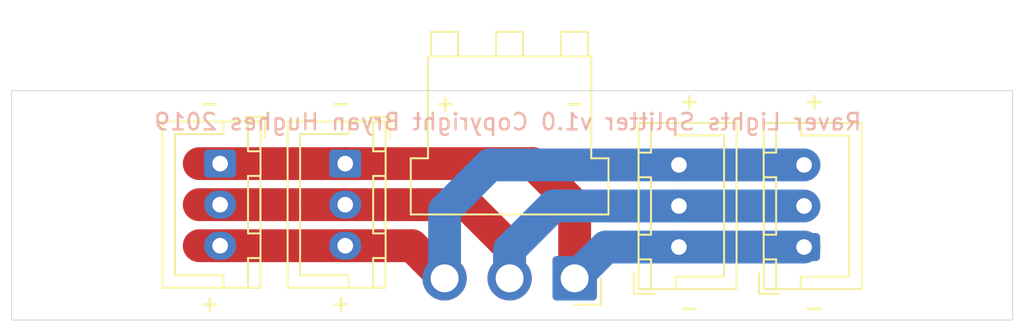
<source format=kicad_pcb>
(kicad_pcb (version 20171130) (host pcbnew "(5.1.0)-1")

  (general
    (thickness 1.6)
    (drawings 15)
    (tracks 23)
    (zones 0)
    (modules 7)
    (nets 4)
  )

  (page A4)
  (layers
    (0 F.Cu signal)
    (31 B.Cu signal)
    (32 B.Adhes user)
    (33 F.Adhes user)
    (34 B.Paste user)
    (35 F.Paste user)
    (36 B.SilkS user)
    (37 F.SilkS user)
    (38 B.Mask user)
    (39 F.Mask user)
    (40 Dwgs.User user)
    (41 Cmts.User user)
    (42 Eco1.User user)
    (43 Eco2.User user)
    (44 Edge.Cuts user)
    (45 Margin user)
    (46 B.CrtYd user)
    (47 F.CrtYd user)
    (48 B.Fab user)
    (49 F.Fab user)
  )

  (setup
    (last_trace_width 0.25)
    (user_trace_width 0.5)
    (user_trace_width 1)
    (user_trace_width 2)
    (user_trace_width 3)
    (trace_clearance 0.2)
    (zone_clearance 0.508)
    (zone_45_only no)
    (trace_min 0.2)
    (via_size 0.8)
    (via_drill 0.4)
    (via_min_size 0.4)
    (via_min_drill 0.3)
    (uvia_size 0.3)
    (uvia_drill 0.1)
    (uvias_allowed no)
    (uvia_min_size 0.2)
    (uvia_min_drill 0.1)
    (edge_width 0.05)
    (segment_width 0.2)
    (pcb_text_width 0.3)
    (pcb_text_size 1.5 1.5)
    (mod_edge_width 0.12)
    (mod_text_size 1 1)
    (mod_text_width 0.15)
    (pad_size 1.524 1.524)
    (pad_drill 0.762)
    (pad_to_mask_clearance 0.051)
    (solder_mask_min_width 0.25)
    (aux_axis_origin 0 0)
    (visible_elements 7FFFFFFF)
    (pcbplotparams
      (layerselection 0x010fc_ffffffff)
      (usegerberextensions false)
      (usegerberattributes false)
      (usegerberadvancedattributes false)
      (creategerberjobfile false)
      (excludeedgelayer true)
      (linewidth 0.100000)
      (plotframeref false)
      (viasonmask false)
      (mode 1)
      (useauxorigin false)
      (hpglpennumber 1)
      (hpglpenspeed 20)
      (hpglpendiameter 15.000000)
      (psnegative false)
      (psa4output false)
      (plotreference true)
      (plotvalue true)
      (plotinvisibletext false)
      (padsonsilk false)
      (subtractmaskfromsilk false)
      (outputformat 1)
      (mirror false)
      (drillshape 1)
      (scaleselection 1)
      (outputdirectory ""))
  )

  (net 0 "")
  (net 1 "Net-(J1-Pad1)")
  (net 2 "Net-(J1-Pad2)")
  (net 3 "Net-(J1-Pad3)")

  (net_class Default "This is the default net class."
    (clearance 0.2)
    (trace_width 0.25)
    (via_dia 0.8)
    (via_drill 0.4)
    (uvia_dia 0.3)
    (uvia_drill 0.1)
    (add_net "Net-(J1-Pad1)")
    (add_net "Net-(J1-Pad2)")
    (add_net "Net-(J1-Pad3)")
  )

  (module Connector_JST:JST_VH_B3PS-VH_1x03_P3.96mm_Horizontal (layer F.Cu) (tedit 5B774C02) (tstamp 5CB11157)
    (at 177.8 119.38 180)
    (descr "JST VH series connector, B3PS-VH (http://www.jst-mfg.com/product/pdf/eng/eVH.pdf), generated with kicad-footprint-generator")
    (tags "connector JST VH top entry")
    (path /5CAFEBB7)
    (fp_text reference J3 (at 3.96 -2.55 180) (layer F.SilkS) hide
      (effects (font (size 1 1) (thickness 0.15)))
    )
    (fp_text value Conn_01x03_Male (at 3.96 16.1 180) (layer F.Fab)
      (effects (font (size 1 1) (thickness 0.15)))
    )
    (fp_line (start -0.9 4) (end -0.9 13.4) (layer F.Fab) (width 0.1))
    (fp_line (start -0.9 13.4) (end 8.82 13.4) (layer F.Fab) (width 0.1))
    (fp_line (start 8.82 13.4) (end 8.82 4) (layer F.Fab) (width 0.1))
    (fp_line (start 8.82 4) (end -0.9 4) (layer F.Fab) (width 0.1))
    (fp_line (start 8.82 4) (end 9.87 4) (layer F.Fab) (width 0.1))
    (fp_line (start 9.87 4) (end 9.87 7.2) (layer F.Fab) (width 0.1))
    (fp_line (start 9.87 7.2) (end 8.82 7.2) (layer F.Fab) (width 0.1))
    (fp_line (start -0.9 7.2) (end -1.95 7.2) (layer F.Fab) (width 0.1))
    (fp_line (start -1.95 7.2) (end -1.95 4) (layer F.Fab) (width 0.1))
    (fp_line (start -1.95 4) (end -0.9 4) (layer F.Fab) (width 0.1))
    (fp_line (start -0.8 4) (end 0 4.8) (layer F.Fab) (width 0.1))
    (fp_line (start 0 4.8) (end 0.8 4) (layer F.Fab) (width 0.1))
    (fp_line (start -0.7 4) (end -0.7 0) (layer F.Fab) (width 0.1))
    (fp_line (start -0.7 0) (end 0.7 0) (layer F.Fab) (width 0.1))
    (fp_line (start 0.7 0) (end 0.7 4) (layer F.Fab) (width 0.1))
    (fp_line (start -0.7 13.4) (end -0.7 14.9) (layer F.Fab) (width 0.1))
    (fp_line (start -0.7 14.9) (end 0.7 14.9) (layer F.Fab) (width 0.1))
    (fp_line (start 0.7 14.9) (end 0.7 13.4) (layer F.Fab) (width 0.1))
    (fp_line (start 3.26 4) (end 3.26 0) (layer F.Fab) (width 0.1))
    (fp_line (start 3.26 0) (end 4.66 0) (layer F.Fab) (width 0.1))
    (fp_line (start 4.66 0) (end 4.66 4) (layer F.Fab) (width 0.1))
    (fp_line (start 3.26 13.4) (end 3.26 14.9) (layer F.Fab) (width 0.1))
    (fp_line (start 3.26 14.9) (end 4.66 14.9) (layer F.Fab) (width 0.1))
    (fp_line (start 4.66 14.9) (end 4.66 13.4) (layer F.Fab) (width 0.1))
    (fp_line (start 7.22 4) (end 7.22 0) (layer F.Fab) (width 0.1))
    (fp_line (start 7.22 0) (end 8.62 0) (layer F.Fab) (width 0.1))
    (fp_line (start 8.62 0) (end 8.62 4) (layer F.Fab) (width 0.1))
    (fp_line (start 7.22 13.4) (end 7.22 14.9) (layer F.Fab) (width 0.1))
    (fp_line (start 7.22 14.9) (end 8.62 14.9) (layer F.Fab) (width 0.1))
    (fp_line (start 8.62 14.9) (end 8.62 13.4) (layer F.Fab) (width 0.1))
    (fp_line (start -2.45 -1.85) (end -2.45 15.4) (layer F.CrtYd) (width 0.05))
    (fp_line (start -2.45 15.4) (end 10.37 15.4) (layer F.CrtYd) (width 0.05))
    (fp_line (start 10.37 15.4) (end 10.37 -1.85) (layer F.CrtYd) (width 0.05))
    (fp_line (start 10.37 -1.85) (end -2.45 -1.85) (layer F.CrtYd) (width 0.05))
    (fp_line (start -2.06 3.89) (end 9.98 3.89) (layer F.SilkS) (width 0.12))
    (fp_line (start 9.98 3.89) (end 9.98 7.31) (layer F.SilkS) (width 0.12))
    (fp_line (start 9.98 7.31) (end 8.93 7.31) (layer F.SilkS) (width 0.12))
    (fp_line (start 8.93 7.31) (end 8.93 13.51) (layer F.SilkS) (width 0.12))
    (fp_line (start 8.93 13.51) (end -1.01 13.51) (layer F.SilkS) (width 0.12))
    (fp_line (start -1.01 13.51) (end -1.01 7.31) (layer F.SilkS) (width 0.12))
    (fp_line (start -1.01 7.31) (end -2.06 7.31) (layer F.SilkS) (width 0.12))
    (fp_line (start -2.06 7.31) (end -2.06 3.89) (layer F.SilkS) (width 0.12))
    (fp_line (start -0.82 13.51) (end -0.82 15.01) (layer F.SilkS) (width 0.12))
    (fp_line (start -0.82 15.01) (end 0.82 15.01) (layer F.SilkS) (width 0.12))
    (fp_line (start 0.82 15.01) (end 0.82 13.51) (layer F.SilkS) (width 0.12))
    (fp_line (start 3.14 13.51) (end 3.14 15.01) (layer F.SilkS) (width 0.12))
    (fp_line (start 3.14 15.01) (end 4.78 15.01) (layer F.SilkS) (width 0.12))
    (fp_line (start 4.78 15.01) (end 4.78 13.51) (layer F.SilkS) (width 0.12))
    (fp_line (start 7.1 13.51) (end 7.1 15.01) (layer F.SilkS) (width 0.12))
    (fp_line (start 7.1 15.01) (end 8.74 15.01) (layer F.SilkS) (width 0.12))
    (fp_line (start 8.74 15.01) (end 8.74 13.51) (layer F.SilkS) (width 0.12))
    (fp_line (start 0 -1.61) (end -1.61 -1.61) (layer F.SilkS) (width 0.12))
    (fp_line (start -1.61 -1.61) (end -1.61 0) (layer F.SilkS) (width 0.12))
    (fp_text user %R (at 3.96 9.45 180) (layer F.Fab)
      (effects (font (size 1 1) (thickness 0.15)))
    )
    (pad 1 thru_hole roundrect (at 0 0 180) (size 2.7 2.7) (drill 1.7) (layers *.Cu *.Mask) (roundrect_rratio 0.09259299999999999)
      (net 1 "Net-(J1-Pad1)"))
    (pad 2 thru_hole circle (at 3.96 0 180) (size 2.7 2.7) (drill 1.7) (layers *.Cu *.Mask)
      (net 2 "Net-(J1-Pad2)"))
    (pad 3 thru_hole circle (at 7.92 0 180) (size 2.7 2.7) (drill 1.7) (layers *.Cu *.Mask)
      (net 3 "Net-(J1-Pad3)"))
    (model ${KISYS3DMOD}/Connector_JST.3dshapes/JST_VH_B3PS-VH_1x03_P3.96mm_Horizontal.wrl
      (at (xyz 0 0 0))
      (scale (xyz 1 1 1))
      (rotate (xyz 0 0 0))
    )
  )

  (module Connector_JST:JST_XH_B3B-XH-A_1x03_P2.50mm_Vertical (layer F.Cu) (tedit 5C28146C) (tstamp 5CB4F914)
    (at 156.21 112.395 270)
    (descr "JST XH series connector, B3B-XH-A (http://www.jst-mfg.com/product/pdf/eng/eXH.pdf), generated with kicad-footprint-generator")
    (tags "connector JST XH vertical")
    (path /5CAFD647)
    (fp_text reference J1 (at 2.5 -3.55 270) (layer F.SilkS) hide
      (effects (font (size 1 1) (thickness 0.15)))
    )
    (fp_text value Conn_01x03_Male (at 2.5 4.6 270) (layer F.Fab)
      (effects (font (size 1 1) (thickness 0.15)))
    )
    (fp_line (start -2.45 -2.35) (end -2.45 3.4) (layer F.Fab) (width 0.1))
    (fp_line (start -2.45 3.4) (end 7.45 3.4) (layer F.Fab) (width 0.1))
    (fp_line (start 7.45 3.4) (end 7.45 -2.35) (layer F.Fab) (width 0.1))
    (fp_line (start 7.45 -2.35) (end -2.45 -2.35) (layer F.Fab) (width 0.1))
    (fp_line (start -2.56 -2.46) (end -2.56 3.51) (layer F.SilkS) (width 0.12))
    (fp_line (start -2.56 3.51) (end 7.56 3.51) (layer F.SilkS) (width 0.12))
    (fp_line (start 7.56 3.51) (end 7.56 -2.46) (layer F.SilkS) (width 0.12))
    (fp_line (start 7.56 -2.46) (end -2.56 -2.46) (layer F.SilkS) (width 0.12))
    (fp_line (start -2.95 -2.85) (end -2.95 3.9) (layer F.CrtYd) (width 0.05))
    (fp_line (start -2.95 3.9) (end 7.95 3.9) (layer F.CrtYd) (width 0.05))
    (fp_line (start 7.95 3.9) (end 7.95 -2.85) (layer F.CrtYd) (width 0.05))
    (fp_line (start 7.95 -2.85) (end -2.95 -2.85) (layer F.CrtYd) (width 0.05))
    (fp_line (start -0.625 -2.35) (end 0 -1.35) (layer F.Fab) (width 0.1))
    (fp_line (start 0 -1.35) (end 0.625 -2.35) (layer F.Fab) (width 0.1))
    (fp_line (start 0.75 -2.45) (end 0.75 -1.7) (layer F.SilkS) (width 0.12))
    (fp_line (start 0.75 -1.7) (end 4.25 -1.7) (layer F.SilkS) (width 0.12))
    (fp_line (start 4.25 -1.7) (end 4.25 -2.45) (layer F.SilkS) (width 0.12))
    (fp_line (start 4.25 -2.45) (end 0.75 -2.45) (layer F.SilkS) (width 0.12))
    (fp_line (start -2.55 -2.45) (end -2.55 -1.7) (layer F.SilkS) (width 0.12))
    (fp_line (start -2.55 -1.7) (end -0.75 -1.7) (layer F.SilkS) (width 0.12))
    (fp_line (start -0.75 -1.7) (end -0.75 -2.45) (layer F.SilkS) (width 0.12))
    (fp_line (start -0.75 -2.45) (end -2.55 -2.45) (layer F.SilkS) (width 0.12))
    (fp_line (start 5.75 -2.45) (end 5.75 -1.7) (layer F.SilkS) (width 0.12))
    (fp_line (start 5.75 -1.7) (end 7.55 -1.7) (layer F.SilkS) (width 0.12))
    (fp_line (start 7.55 -1.7) (end 7.55 -2.45) (layer F.SilkS) (width 0.12))
    (fp_line (start 7.55 -2.45) (end 5.75 -2.45) (layer F.SilkS) (width 0.12))
    (fp_line (start -2.55 -0.2) (end -1.8 -0.2) (layer F.SilkS) (width 0.12))
    (fp_line (start -1.8 -0.2) (end -1.8 2.75) (layer F.SilkS) (width 0.12))
    (fp_line (start -1.8 2.75) (end 2.5 2.75) (layer F.SilkS) (width 0.12))
    (fp_line (start 7.55 -0.2) (end 6.8 -0.2) (layer F.SilkS) (width 0.12))
    (fp_line (start 6.8 -0.2) (end 6.8 2.75) (layer F.SilkS) (width 0.12))
    (fp_line (start 6.8 2.75) (end 2.5 2.75) (layer F.SilkS) (width 0.12))
    (fp_line (start -1.6 -2.75) (end -2.85 -2.75) (layer F.SilkS) (width 0.12))
    (fp_line (start -2.85 -2.75) (end -2.85 -1.5) (layer F.SilkS) (width 0.12))
    (fp_text user %R (at 2.5 2.7 270) (layer F.Fab)
      (effects (font (size 1 1) (thickness 0.15)))
    )
    (pad 1 thru_hole roundrect (at 0 0 270) (size 1.7 1.95) (drill 0.95) (layers *.Cu *.Mask) (roundrect_rratio 0.147059)
      (net 1 "Net-(J1-Pad1)"))
    (pad 2 thru_hole oval (at 2.5 0 270) (size 1.7 1.95) (drill 0.95) (layers *.Cu *.Mask)
      (net 2 "Net-(J1-Pad2)"))
    (pad 3 thru_hole oval (at 5 0 270) (size 1.7 1.95) (drill 0.95) (layers *.Cu *.Mask)
      (net 3 "Net-(J1-Pad3)"))
    (model ${KISYS3DMOD}/Connector_JST.3dshapes/JST_XH_B3B-XH-A_1x03_P2.50mm_Vertical.wrl
      (at (xyz 0 0 0))
      (scale (xyz 1 1 1))
      (rotate (xyz 0 0 0))
    )
  )

  (module Connector_JST:JST_XH_B3B-XH-A_1x03_P2.50mm_Vertical (layer F.Cu) (tedit 5C28146C) (tstamp 5CAFE7DC)
    (at 163.83 112.395 270)
    (descr "JST XH series connector, B3B-XH-A (http://www.jst-mfg.com/product/pdf/eng/eXH.pdf), generated with kicad-footprint-generator")
    (tags "connector JST XH vertical")
    (path /5CAFDAB9)
    (fp_text reference J2 (at 2.5 -3.55 270) (layer F.SilkS) hide
      (effects (font (size 1 1) (thickness 0.15)))
    )
    (fp_text value Conn_01x03_Male (at 2.5 4.6 270) (layer F.Fab)
      (effects (font (size 1 1) (thickness 0.15)))
    )
    (fp_text user %R (at 2.5 2.7 270) (layer F.Fab)
      (effects (font (size 1 1) (thickness 0.15)))
    )
    (fp_line (start -2.85 -2.75) (end -2.85 -1.5) (layer F.SilkS) (width 0.12))
    (fp_line (start -1.6 -2.75) (end -2.85 -2.75) (layer F.SilkS) (width 0.12))
    (fp_line (start 6.8 2.75) (end 2.5 2.75) (layer F.SilkS) (width 0.12))
    (fp_line (start 6.8 -0.2) (end 6.8 2.75) (layer F.SilkS) (width 0.12))
    (fp_line (start 7.55 -0.2) (end 6.8 -0.2) (layer F.SilkS) (width 0.12))
    (fp_line (start -1.8 2.75) (end 2.5 2.75) (layer F.SilkS) (width 0.12))
    (fp_line (start -1.8 -0.2) (end -1.8 2.75) (layer F.SilkS) (width 0.12))
    (fp_line (start -2.55 -0.2) (end -1.8 -0.2) (layer F.SilkS) (width 0.12))
    (fp_line (start 7.55 -2.45) (end 5.75 -2.45) (layer F.SilkS) (width 0.12))
    (fp_line (start 7.55 -1.7) (end 7.55 -2.45) (layer F.SilkS) (width 0.12))
    (fp_line (start 5.75 -1.7) (end 7.55 -1.7) (layer F.SilkS) (width 0.12))
    (fp_line (start 5.75 -2.45) (end 5.75 -1.7) (layer F.SilkS) (width 0.12))
    (fp_line (start -0.75 -2.45) (end -2.55 -2.45) (layer F.SilkS) (width 0.12))
    (fp_line (start -0.75 -1.7) (end -0.75 -2.45) (layer F.SilkS) (width 0.12))
    (fp_line (start -2.55 -1.7) (end -0.75 -1.7) (layer F.SilkS) (width 0.12))
    (fp_line (start -2.55 -2.45) (end -2.55 -1.7) (layer F.SilkS) (width 0.12))
    (fp_line (start 4.25 -2.45) (end 0.75 -2.45) (layer F.SilkS) (width 0.12))
    (fp_line (start 4.25 -1.7) (end 4.25 -2.45) (layer F.SilkS) (width 0.12))
    (fp_line (start 0.75 -1.7) (end 4.25 -1.7) (layer F.SilkS) (width 0.12))
    (fp_line (start 0.75 -2.45) (end 0.75 -1.7) (layer F.SilkS) (width 0.12))
    (fp_line (start 0 -1.35) (end 0.625 -2.35) (layer F.Fab) (width 0.1))
    (fp_line (start -0.625 -2.35) (end 0 -1.35) (layer F.Fab) (width 0.1))
    (fp_line (start 7.95 -2.85) (end -2.95 -2.85) (layer F.CrtYd) (width 0.05))
    (fp_line (start 7.95 3.9) (end 7.95 -2.85) (layer F.CrtYd) (width 0.05))
    (fp_line (start -2.95 3.9) (end 7.95 3.9) (layer F.CrtYd) (width 0.05))
    (fp_line (start -2.95 -2.85) (end -2.95 3.9) (layer F.CrtYd) (width 0.05))
    (fp_line (start 7.56 -2.46) (end -2.56 -2.46) (layer F.SilkS) (width 0.12))
    (fp_line (start 7.56 3.51) (end 7.56 -2.46) (layer F.SilkS) (width 0.12))
    (fp_line (start -2.56 3.51) (end 7.56 3.51) (layer F.SilkS) (width 0.12))
    (fp_line (start -2.56 -2.46) (end -2.56 3.51) (layer F.SilkS) (width 0.12))
    (fp_line (start 7.45 -2.35) (end -2.45 -2.35) (layer F.Fab) (width 0.1))
    (fp_line (start 7.45 3.4) (end 7.45 -2.35) (layer F.Fab) (width 0.1))
    (fp_line (start -2.45 3.4) (end 7.45 3.4) (layer F.Fab) (width 0.1))
    (fp_line (start -2.45 -2.35) (end -2.45 3.4) (layer F.Fab) (width 0.1))
    (pad 3 thru_hole oval (at 5 0 270) (size 1.7 1.95) (drill 0.95) (layers *.Cu *.Mask)
      (net 3 "Net-(J1-Pad3)"))
    (pad 2 thru_hole oval (at 2.5 0 270) (size 1.7 1.95) (drill 0.95) (layers *.Cu *.Mask)
      (net 2 "Net-(J1-Pad2)"))
    (pad 1 thru_hole roundrect (at 0 0 270) (size 1.7 1.95) (drill 0.95) (layers *.Cu *.Mask) (roundrect_rratio 0.147059)
      (net 1 "Net-(J1-Pad1)"))
    (model ${KISYS3DMOD}/Connector_JST.3dshapes/JST_XH_B3B-XH-A_1x03_P2.50mm_Vertical.wrl
      (at (xyz 0 0 0))
      (scale (xyz 1 1 1))
      (rotate (xyz 0 0 0))
    )
  )

  (module Connector_JST:JST_XH_B3B-XH-A_1x03_P2.50mm_Vertical (layer F.Cu) (tedit 5C28146C) (tstamp 5CAFE837)
    (at 191.77 117.475 90)
    (descr "JST XH series connector, B3B-XH-A (http://www.jst-mfg.com/product/pdf/eng/eXH.pdf), generated with kicad-footprint-generator")
    (tags "connector JST XH vertical")
    (path /5CAFDEEE)
    (fp_text reference J4 (at 2.5 -3.55 90) (layer F.SilkS) hide
      (effects (font (size 1 1) (thickness 0.15)))
    )
    (fp_text value Conn_01x03_Male (at 2.5 4.6 90) (layer F.Fab)
      (effects (font (size 1 1) (thickness 0.15)))
    )
    (fp_line (start -2.45 -2.35) (end -2.45 3.4) (layer F.Fab) (width 0.1))
    (fp_line (start -2.45 3.4) (end 7.45 3.4) (layer F.Fab) (width 0.1))
    (fp_line (start 7.45 3.4) (end 7.45 -2.35) (layer F.Fab) (width 0.1))
    (fp_line (start 7.45 -2.35) (end -2.45 -2.35) (layer F.Fab) (width 0.1))
    (fp_line (start -2.56 -2.46) (end -2.56 3.51) (layer F.SilkS) (width 0.12))
    (fp_line (start -2.56 3.51) (end 7.56 3.51) (layer F.SilkS) (width 0.12))
    (fp_line (start 7.56 3.51) (end 7.56 -2.46) (layer F.SilkS) (width 0.12))
    (fp_line (start 7.56 -2.46) (end -2.56 -2.46) (layer F.SilkS) (width 0.12))
    (fp_line (start -2.95 -2.85) (end -2.95 3.9) (layer F.CrtYd) (width 0.05))
    (fp_line (start -2.95 3.9) (end 7.95 3.9) (layer F.CrtYd) (width 0.05))
    (fp_line (start 7.95 3.9) (end 7.95 -2.85) (layer F.CrtYd) (width 0.05))
    (fp_line (start 7.95 -2.85) (end -2.95 -2.85) (layer F.CrtYd) (width 0.05))
    (fp_line (start -0.625 -2.35) (end 0 -1.35) (layer F.Fab) (width 0.1))
    (fp_line (start 0 -1.35) (end 0.625 -2.35) (layer F.Fab) (width 0.1))
    (fp_line (start 0.75 -2.45) (end 0.75 -1.7) (layer F.SilkS) (width 0.12))
    (fp_line (start 0.75 -1.7) (end 4.25 -1.7) (layer F.SilkS) (width 0.12))
    (fp_line (start 4.25 -1.7) (end 4.25 -2.45) (layer F.SilkS) (width 0.12))
    (fp_line (start 4.25 -2.45) (end 0.75 -2.45) (layer F.SilkS) (width 0.12))
    (fp_line (start -2.55 -2.45) (end -2.55 -1.7) (layer F.SilkS) (width 0.12))
    (fp_line (start -2.55 -1.7) (end -0.75 -1.7) (layer F.SilkS) (width 0.12))
    (fp_line (start -0.75 -1.7) (end -0.75 -2.45) (layer F.SilkS) (width 0.12))
    (fp_line (start -0.75 -2.45) (end -2.55 -2.45) (layer F.SilkS) (width 0.12))
    (fp_line (start 5.75 -2.45) (end 5.75 -1.7) (layer F.SilkS) (width 0.12))
    (fp_line (start 5.75 -1.7) (end 7.55 -1.7) (layer F.SilkS) (width 0.12))
    (fp_line (start 7.55 -1.7) (end 7.55 -2.45) (layer F.SilkS) (width 0.12))
    (fp_line (start 7.55 -2.45) (end 5.75 -2.45) (layer F.SilkS) (width 0.12))
    (fp_line (start -2.55 -0.2) (end -1.8 -0.2) (layer F.SilkS) (width 0.12))
    (fp_line (start -1.8 -0.2) (end -1.8 2.75) (layer F.SilkS) (width 0.12))
    (fp_line (start -1.8 2.75) (end 2.5 2.75) (layer F.SilkS) (width 0.12))
    (fp_line (start 7.55 -0.2) (end 6.8 -0.2) (layer F.SilkS) (width 0.12))
    (fp_line (start 6.8 -0.2) (end 6.8 2.75) (layer F.SilkS) (width 0.12))
    (fp_line (start 6.8 2.75) (end 2.5 2.75) (layer F.SilkS) (width 0.12))
    (fp_line (start -1.6 -2.75) (end -2.85 -2.75) (layer F.SilkS) (width 0.12))
    (fp_line (start -2.85 -2.75) (end -2.85 -1.5) (layer F.SilkS) (width 0.12))
    (fp_text user %R (at 2.5 2.7 90) (layer F.Fab)
      (effects (font (size 1 1) (thickness 0.15)))
    )
    (pad 1 thru_hole roundrect (at 0 0 90) (size 1.7 1.95) (drill 0.95) (layers *.Cu *.Mask) (roundrect_rratio 0.147059)
      (net 1 "Net-(J1-Pad1)"))
    (pad 2 thru_hole oval (at 2.5 0 90) (size 1.7 1.95) (drill 0.95) (layers *.Cu *.Mask)
      (net 2 "Net-(J1-Pad2)"))
    (pad 3 thru_hole oval (at 5 0 90) (size 1.7 1.95) (drill 0.95) (layers *.Cu *.Mask)
      (net 3 "Net-(J1-Pad3)"))
    (model ${KISYS3DMOD}/Connector_JST.3dshapes/JST_XH_B3B-XH-A_1x03_P2.50mm_Vertical.wrl
      (at (xyz 0 0 0))
      (scale (xyz 1 1 1))
      (rotate (xyz 0 0 0))
    )
  )

  (module Connector_JST:JST_XH_B3B-XH-A_1x03_P2.50mm_Vertical (layer F.Cu) (tedit 5C28146C) (tstamp 5CB4F710)
    (at 184.15 117.475 90)
    (descr "JST XH series connector, B3B-XH-A (http://www.jst-mfg.com/product/pdf/eng/eXH.pdf), generated with kicad-footprint-generator")
    (tags "connector JST XH vertical")
    (path /5CAFE32B)
    (fp_text reference J5 (at 2.5 -3.55 90) (layer F.SilkS) hide
      (effects (font (size 1 1) (thickness 0.15)))
    )
    (fp_text value Conn_01x03_Male (at 2.5 4.6 90) (layer F.Fab)
      (effects (font (size 1 1) (thickness 0.15)))
    )
    (fp_text user %R (at 2.5 2.7 90) (layer F.Fab)
      (effects (font (size 1 1) (thickness 0.15)))
    )
    (fp_line (start -2.85 -2.75) (end -2.85 -1.5) (layer F.SilkS) (width 0.12))
    (fp_line (start -1.6 -2.75) (end -2.85 -2.75) (layer F.SilkS) (width 0.12))
    (fp_line (start 6.8 2.75) (end 2.5 2.75) (layer F.SilkS) (width 0.12))
    (fp_line (start 6.8 -0.2) (end 6.8 2.75) (layer F.SilkS) (width 0.12))
    (fp_line (start 7.55 -0.2) (end 6.8 -0.2) (layer F.SilkS) (width 0.12))
    (fp_line (start -1.8 2.75) (end 2.5 2.75) (layer F.SilkS) (width 0.12))
    (fp_line (start -1.8 -0.2) (end -1.8 2.75) (layer F.SilkS) (width 0.12))
    (fp_line (start -2.55 -0.2) (end -1.8 -0.2) (layer F.SilkS) (width 0.12))
    (fp_line (start 7.55 -2.45) (end 5.75 -2.45) (layer F.SilkS) (width 0.12))
    (fp_line (start 7.55 -1.7) (end 7.55 -2.45) (layer F.SilkS) (width 0.12))
    (fp_line (start 5.75 -1.7) (end 7.55 -1.7) (layer F.SilkS) (width 0.12))
    (fp_line (start 5.75 -2.45) (end 5.75 -1.7) (layer F.SilkS) (width 0.12))
    (fp_line (start -0.75 -2.45) (end -2.55 -2.45) (layer F.SilkS) (width 0.12))
    (fp_line (start -0.75 -1.7) (end -0.75 -2.45) (layer F.SilkS) (width 0.12))
    (fp_line (start -2.55 -1.7) (end -0.75 -1.7) (layer F.SilkS) (width 0.12))
    (fp_line (start -2.55 -2.45) (end -2.55 -1.7) (layer F.SilkS) (width 0.12))
    (fp_line (start 4.25 -2.45) (end 0.75 -2.45) (layer F.SilkS) (width 0.12))
    (fp_line (start 4.25 -1.7) (end 4.25 -2.45) (layer F.SilkS) (width 0.12))
    (fp_line (start 0.75 -1.7) (end 4.25 -1.7) (layer F.SilkS) (width 0.12))
    (fp_line (start 0.75 -2.45) (end 0.75 -1.7) (layer F.SilkS) (width 0.12))
    (fp_line (start 0 -1.35) (end 0.625 -2.35) (layer F.Fab) (width 0.1))
    (fp_line (start -0.625 -2.35) (end 0 -1.35) (layer F.Fab) (width 0.1))
    (fp_line (start 7.95 -2.85) (end -2.95 -2.85) (layer F.CrtYd) (width 0.05))
    (fp_line (start 7.95 3.9) (end 7.95 -2.85) (layer F.CrtYd) (width 0.05))
    (fp_line (start -2.95 3.9) (end 7.95 3.9) (layer F.CrtYd) (width 0.05))
    (fp_line (start -2.95 -2.85) (end -2.95 3.9) (layer F.CrtYd) (width 0.05))
    (fp_line (start 7.56 -2.46) (end -2.56 -2.46) (layer F.SilkS) (width 0.12))
    (fp_line (start 7.56 3.51) (end 7.56 -2.46) (layer F.SilkS) (width 0.12))
    (fp_line (start -2.56 3.51) (end 7.56 3.51) (layer F.SilkS) (width 0.12))
    (fp_line (start -2.56 -2.46) (end -2.56 3.51) (layer F.SilkS) (width 0.12))
    (fp_line (start 7.45 -2.35) (end -2.45 -2.35) (layer F.Fab) (width 0.1))
    (fp_line (start 7.45 3.4) (end 7.45 -2.35) (layer F.Fab) (width 0.1))
    (fp_line (start -2.45 3.4) (end 7.45 3.4) (layer F.Fab) (width 0.1))
    (fp_line (start -2.45 -2.35) (end -2.45 3.4) (layer F.Fab) (width 0.1))
    (pad 3 thru_hole oval (at 5 0 90) (size 1.7 1.95) (drill 0.95) (layers *.Cu *.Mask)
      (net 3 "Net-(J1-Pad3)"))
    (pad 2 thru_hole oval (at 2.5 0 90) (size 1.7 1.95) (drill 0.95) (layers *.Cu *.Mask)
      (net 2 "Net-(J1-Pad2)"))
    (pad 1 thru_hole roundrect (at 0 0 90) (size 1.7 1.95) (drill 0.95) (layers *.Cu *.Mask) (roundrect_rratio 0.147059)
      (net 1 "Net-(J1-Pad1)"))
    (model ${KISYS3DMOD}/Connector_JST.3dshapes/JST_XH_B3B-XH-A_1x03_P2.50mm_Vertical.wrl
      (at (xyz 0 0 0))
      (scale (xyz 1 1 1))
      (rotate (xyz 0 0 0))
    )
  )

  (module MountingHole:MountingHole_3.7mm (layer F.Cu) (tedit 56D1B4CB) (tstamp 5CAFEF84)
    (at 147.955 114.935)
    (descr "Mounting Hole 3.7mm, no annular")
    (tags "mounting hole 3.7mm no annular")
    (path /5CB0E864)
    (attr virtual)
    (fp_text reference H1 (at 0 -4.7) (layer F.SilkS) hide
      (effects (font (size 1 1) (thickness 0.15)))
    )
    (fp_text value MountingHole (at 0 4.7) (layer F.Fab)
      (effects (font (size 1 1) (thickness 0.15)))
    )
    (fp_text user %R (at 0.3 0) (layer F.Fab)
      (effects (font (size 1 1) (thickness 0.15)))
    )
    (fp_circle (center 0 0) (end 3.7 0) (layer Cmts.User) (width 0.15))
    (fp_circle (center 0 0) (end 3.95 0) (layer F.CrtYd) (width 0.05))
    (pad 1 np_thru_hole circle (at 0 0) (size 3.7 3.7) (drill 3.7) (layers *.Cu *.Mask))
  )

  (module MountingHole:MountingHole_3.7mm (layer F.Cu) (tedit 56D1B4CB) (tstamp 5CAFF020)
    (at 200.025 114.935)
    (descr "Mounting Hole 3.7mm, no annular")
    (tags "mounting hole 3.7mm no annular")
    (path /5CB0EE3A)
    (attr virtual)
    (fp_text reference H2 (at 0 -4.7) (layer F.SilkS) hide
      (effects (font (size 1 1) (thickness 0.15)))
    )
    (fp_text value MountingHole (at 0 4.7) (layer F.Fab)
      (effects (font (size 1 1) (thickness 0.15)))
    )
    (fp_circle (center 0 0) (end 3.95 0) (layer F.CrtYd) (width 0.05))
    (fp_circle (center 0 0) (end 3.7 0) (layer Cmts.User) (width 0.15))
    (fp_text user %R (at 0.3 0) (layer F.Fab)
      (effects (font (size 1 1) (thickness 0.15)))
    )
    (pad 1 np_thru_hole circle (at 0 0) (size 3.7 3.7) (drill 3.7) (layers *.Cu *.Mask))
  )

  (gr_text "+\n" (at 169.926 108.712) (layer F.SilkS) (tstamp 5CB4F857)
    (effects (font (size 1 1) (thickness 0.15)))
  )
  (gr_text - (at 177.8 108.712) (layer F.SilkS) (tstamp 5CB4F853)
    (effects (font (size 1 1) (thickness 0.15)))
  )
  (gr_text - (at 192.405 121.158) (layer F.SilkS) (tstamp 5CB4F851)
    (effects (font (size 1 1) (thickness 0.15)))
  )
  (gr_text - (at 184.785 121.158) (layer F.SilkS) (tstamp 5CB4F84D)
    (effects (font (size 1 1) (thickness 0.15)))
  )
  (gr_text "+\n" (at 192.405 108.585) (layer F.SilkS) (tstamp 5CB4F84A)
    (effects (font (size 1 1) (thickness 0.15)))
  )
  (gr_text "+\n" (at 184.785 108.585) (layer F.SilkS) (tstamp 5CB4F848)
    (effects (font (size 1 1) (thickness 0.15)))
  )
  (gr_text - (at 163.576 108.712) (layer F.SilkS) (tstamp 5CB4F42B)
    (effects (font (size 1 1) (thickness 0.15)))
  )
  (gr_text - (at 155.575 108.712) (layer F.SilkS)
    (effects (font (size 1 1) (thickness 0.15)))
  )
  (gr_text + (at 155.575 120.904) (layer F.SilkS)
    (effects (font (size 1 1) (thickness 0.15)))
  )
  (gr_text "+\n" (at 163.576 120.904) (layer F.SilkS)
    (effects (font (size 1 1) (thickness 0.15)))
  )
  (gr_text "Raver Lights Splitter v1.0 Copyright Bryan Hughes 2019" (at 173.736 109.855) (layer B.SilkS)
    (effects (font (size 1 1) (thickness 0.15)) (justify mirror))
  )
  (gr_line (start 204.47 107.95) (end 204.47 121.92) (layer Edge.Cuts) (width 0.05) (tstamp 5CAFF7C8))
  (gr_line (start 143.51 107.95) (end 204.47 107.95) (layer Edge.Cuts) (width 0.05))
  (gr_line (start 143.51 121.92) (end 143.51 107.95) (layer Edge.Cuts) (width 0.05))
  (gr_line (start 204.47 121.92) (end 143.51 121.92) (layer Edge.Cuts) (width 0.05))

  (segment (start 154.94 112.395) (end 163.83 112.395) (width 2) (layer F.Cu) (net 1))
  (segment (start 163.83 112.395) (end 175.26 112.395) (width 2) (layer F.Cu) (net 1))
  (segment (start 175.26 112.395) (end 177.8 114.935) (width 2) (layer F.Cu) (net 1))
  (segment (start 177.8 114.935) (end 177.8 119.38) (width 2) (layer F.Cu) (net 1))
  (segment (start 191.77 117.475) (end 184.15 117.475) (width 2) (layer B.Cu) (net 1))
  (segment (start 179.705 117.475) (end 177.8 119.38) (width 2) (layer B.Cu) (net 1))
  (segment (start 184.15 117.475) (end 179.705 117.475) (width 2) (layer B.Cu) (net 1))
  (segment (start 154.94 114.895) (end 163.83 114.895) (width 2) (layer F.Cu) (net 2))
  (segment (start 163.83 114.895) (end 170.775 114.895) (width 2) (layer F.Cu) (net 2))
  (segment (start 171.264188 114.895) (end 170.775 114.895) (width 2) (layer F.Cu) (net 2))
  (segment (start 173.84 117.470812) (end 171.264188 114.895) (width 2) (layer F.Cu) (net 2))
  (segment (start 173.84 119.38) (end 173.84 117.470812) (width 2) (layer F.Cu) (net 2))
  (segment (start 191.77 114.975) (end 184.15 114.975) (width 2) (layer B.Cu) (net 2))
  (segment (start 173.84 117.625) (end 173.84 119.38) (width 2) (layer B.Cu) (net 2))
  (segment (start 184.15 114.975) (end 176.49 114.975) (width 2) (layer B.Cu) (net 2))
  (segment (start 176.49 114.975) (end 173.84 117.625) (width 2) (layer B.Cu) (net 2))
  (segment (start 154.94 117.395) (end 163.83 117.395) (width 2) (layer F.Cu) (net 3))
  (segment (start 167.895 117.395) (end 169.88 119.38) (width 2) (layer F.Cu) (net 3))
  (segment (start 163.83 117.395) (end 167.895 117.395) (width 2) (layer F.Cu) (net 3))
  (segment (start 191.77 112.475) (end 184.15 112.475) (width 2) (layer B.Cu) (net 3))
  (segment (start 169.88 115.235) (end 169.88 119.38) (width 2) (layer B.Cu) (net 3))
  (segment (start 184.15 112.475) (end 172.64 112.475) (width 2) (layer B.Cu) (net 3))
  (segment (start 172.64 112.475) (end 169.88 115.235) (width 2) (layer B.Cu) (net 3))

)

</source>
